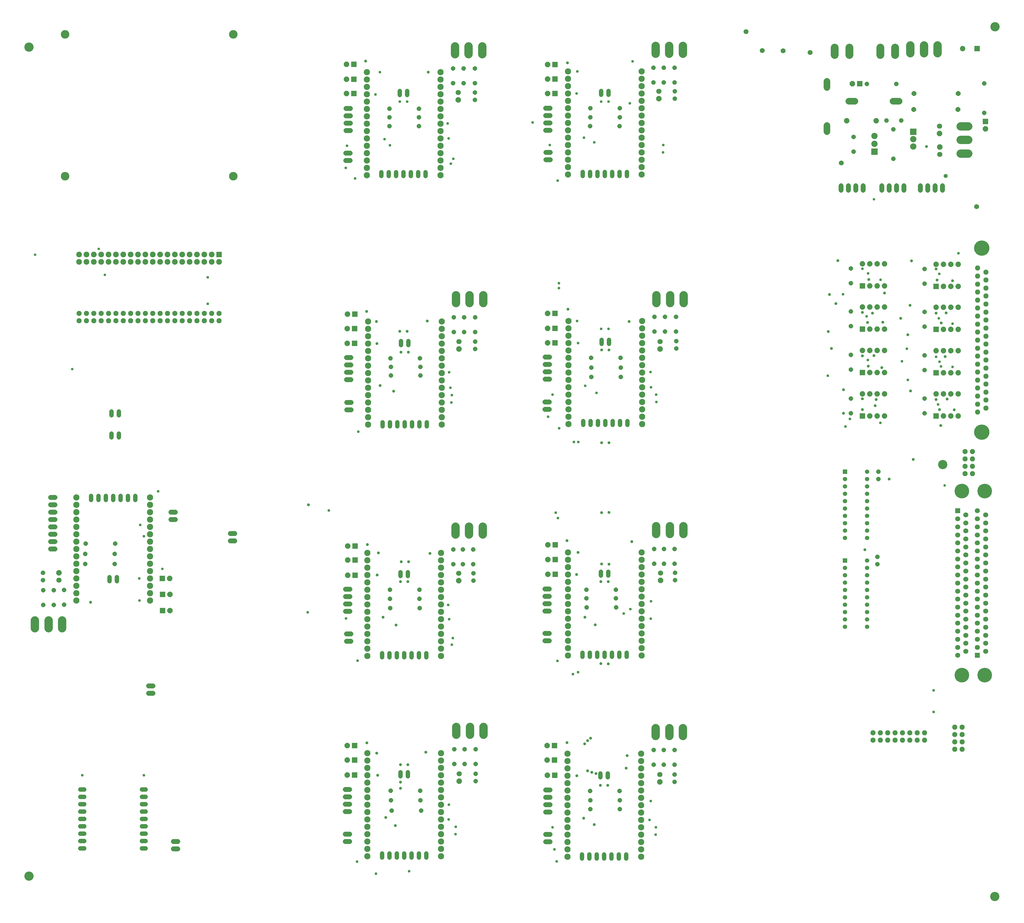
<source format=gbr>
G04 EAGLE Gerber RS-274X export*
G75*
%MOMM*%
%FSLAX34Y34*%
%LPD*%
%INSoldermask Bottom*%
%IPPOS*%
%AMOC8*
5,1,8,0,0,1.08239X$1,22.5*%
G01*
%ADD10C,3.203200*%
%ADD11R,1.879600X1.879600*%
%ADD12C,1.879600*%
%ADD13C,2.133600*%
%ADD14P,1.951982X8X112.500000*%
%ADD15C,1.803400*%
%ADD16P,1.649562X8X292.500000*%
%ADD17P,1.951982X8X292.500000*%
%ADD18P,1.649562X8X22.500000*%
%ADD19C,2.298700*%
%ADD20C,1.524000*%
%ADD21C,2.743200*%
%ADD22R,2.183200X2.183200*%
%ADD23C,2.183200*%
%ADD24P,2.034460X8X22.500000*%
%ADD25P,2.034460X8X112.500000*%
%ADD26P,2.034460X8X202.500000*%
%ADD27P,1.759533X8X22.500000*%
%ADD28P,1.649562X8X202.500000*%
%ADD29P,1.759533X8X202.500000*%
%ADD30P,1.649562X8X112.500000*%
%ADD31C,1.727200*%
%ADD32C,2.908300*%
%ADD33R,1.498600X1.498600*%
%ADD34C,1.498600*%
%ADD35R,1.981200X1.981200*%
%ADD36C,1.981200*%
%ADD37C,2.953200*%
%ADD38R,1.753200X1.753200*%
%ADD39C,1.753200*%
%ADD40C,5.053200*%
%ADD41P,1.869504X8X112.500000*%
%ADD42C,5.283200*%
%ADD43P,1.869504X8X22.500000*%
%ADD44R,1.853200X1.853200*%
%ADD45C,1.853200*%
%ADD46P,1.869504X8X292.500000*%
%ADD47P,1.869504X8X202.500000*%
%ADD48C,0.959600*%
%ADD49C,1.009600*%
%ADD50C,1.703200*%
%ADD51C,0.909600*%
%ADD52C,1.403200*%


D10*
X120000Y2980000D03*
X120000Y120000D03*
X3270600Y1540000D03*
X3450300Y3050500D03*
X3449800Y50000D03*
D11*
X2993300Y1707500D03*
D12*
X3018700Y1707500D03*
X3044100Y1707500D03*
X3069500Y1707500D03*
X3069500Y1783700D03*
X3044100Y1783700D03*
X3018700Y1783700D03*
X2993300Y1783700D03*
D11*
X2993100Y2007100D03*
D12*
X3018500Y2007100D03*
X3043900Y2007100D03*
X3069300Y2007100D03*
X3069300Y2083300D03*
X3043900Y2083300D03*
X3018500Y2083300D03*
X2993100Y2083300D03*
D11*
X2993400Y2156300D03*
D12*
X3018800Y2156300D03*
X3044200Y2156300D03*
X3069600Y2156300D03*
X3069600Y2232500D03*
X3044200Y2232500D03*
X3018800Y2232500D03*
X2993400Y2232500D03*
D11*
X3247500Y2154500D03*
D12*
X3272900Y2154500D03*
X3298300Y2154500D03*
X3323700Y2154500D03*
X3323700Y2230700D03*
X3298300Y2230700D03*
X3272900Y2230700D03*
X3247500Y2230700D03*
D11*
X3247000Y1707400D03*
D12*
X3272400Y1707400D03*
X3297800Y1707400D03*
X3323200Y1707400D03*
X3323200Y1783600D03*
X3297800Y1783600D03*
X3272400Y1783600D03*
X3247000Y1783600D03*
D11*
X3247600Y1856500D03*
D12*
X3273000Y1856500D03*
X3298400Y1856500D03*
X3323800Y1856500D03*
X3323800Y1932700D03*
X3298400Y1932700D03*
X3273000Y1932700D03*
X3247600Y1932700D03*
D11*
X2993300Y1857400D03*
D12*
X3018700Y1857400D03*
X3044100Y1857400D03*
X3069500Y1857400D03*
X3069500Y1933600D03*
X3044100Y1933600D03*
X3018700Y1933600D03*
X2993300Y1933600D03*
D11*
X3247300Y2005900D03*
D12*
X3272700Y2005900D03*
X3298100Y2005900D03*
X3323500Y2005900D03*
X3323500Y2082100D03*
X3298100Y2082100D03*
X3272700Y2082100D03*
X3247300Y2082100D03*
D13*
X1977900Y2896000D03*
X1977900Y2870600D03*
X1977900Y2845200D03*
X1977900Y2819800D03*
X1977900Y2794400D03*
X1977900Y2769000D03*
X1977900Y2743600D03*
X1977900Y2718200D03*
X1977900Y2692800D03*
X1977900Y2667400D03*
X1977900Y2642000D03*
X1977900Y2616600D03*
X1977900Y2591200D03*
X1977900Y2565800D03*
X1977900Y2540400D03*
X2231900Y2896000D03*
X2231900Y2870600D03*
X2231900Y2845200D03*
X2231900Y2819800D03*
X2231900Y2794400D03*
X2231900Y2769000D03*
X2231900Y2743600D03*
X2231900Y2718200D03*
X2231900Y2692800D03*
X2231900Y2667400D03*
X2231900Y2642000D03*
X2231900Y2616600D03*
X2231900Y2591200D03*
X2231900Y2565800D03*
X2231900Y2540400D03*
X1284500Y2893500D03*
X1284500Y2868100D03*
X1284500Y2842700D03*
X1284500Y2817300D03*
X1284500Y2791900D03*
X1284500Y2766500D03*
X1284500Y2741100D03*
X1284500Y2715700D03*
X1284500Y2690300D03*
X1284500Y2664900D03*
X1284500Y2639500D03*
X1284500Y2614100D03*
X1284500Y2588700D03*
X1284500Y2563300D03*
X1284500Y2537900D03*
X1538500Y2893500D03*
X1538500Y2868100D03*
X1538500Y2842700D03*
X1538500Y2817300D03*
X1538500Y2791900D03*
X1538500Y2766500D03*
X1538500Y2741100D03*
X1538500Y2715700D03*
X1538500Y2690300D03*
X1538500Y2664900D03*
X1538500Y2639500D03*
X1538500Y2614100D03*
X1538500Y2588700D03*
X1538500Y2563300D03*
X1538500Y2537900D03*
X1980300Y2035100D03*
X1980300Y2009700D03*
X1980300Y1984300D03*
X1980300Y1958900D03*
X1980300Y1933500D03*
X1980300Y1908100D03*
X1980300Y1882700D03*
X1980300Y1857300D03*
X1980300Y1831900D03*
X1980300Y1806500D03*
X1980300Y1781100D03*
X1980300Y1755700D03*
X1980300Y1730300D03*
X1980300Y1704900D03*
X1980300Y1679500D03*
X2234300Y2035100D03*
X2234300Y2009700D03*
X2234300Y1984300D03*
X2234300Y1958900D03*
X2234300Y1933500D03*
X2234300Y1908100D03*
X2234300Y1882700D03*
X2234300Y1857300D03*
X2234300Y1831900D03*
X2234300Y1806500D03*
X2234300Y1781100D03*
X2234300Y1755700D03*
X2234300Y1730300D03*
X2234300Y1704900D03*
X2234300Y1679500D03*
X1288700Y2033300D03*
X1288700Y2007900D03*
X1288700Y1982500D03*
X1288700Y1957100D03*
X1288700Y1931700D03*
X1288700Y1906300D03*
X1288700Y1880900D03*
X1288700Y1855500D03*
X1288700Y1830100D03*
X1288700Y1804700D03*
X1288700Y1779300D03*
X1288700Y1753900D03*
X1288700Y1728500D03*
X1288700Y1703100D03*
X1288700Y1677700D03*
X1542700Y2033300D03*
X1542700Y2007900D03*
X1542700Y1982500D03*
X1542700Y1957100D03*
X1542700Y1931700D03*
X1542700Y1906300D03*
X1542700Y1880900D03*
X1542700Y1855500D03*
X1542700Y1830100D03*
X1542700Y1804700D03*
X1542700Y1779300D03*
X1542700Y1753900D03*
X1542700Y1728500D03*
X1542700Y1703100D03*
X1542700Y1677700D03*
X1978400Y1237000D03*
X1978400Y1211600D03*
X1978400Y1186200D03*
X1978400Y1160800D03*
X1978400Y1135400D03*
X1978400Y1110000D03*
X1978400Y1084600D03*
X1978400Y1059200D03*
X1978400Y1033800D03*
X1978400Y1008400D03*
X1978400Y983000D03*
X1978400Y957600D03*
X1978400Y932200D03*
X1978400Y906800D03*
X1978400Y881400D03*
X2232400Y1237000D03*
X2232400Y1211600D03*
X2232400Y1186200D03*
X2232400Y1160800D03*
X2232400Y1135400D03*
X2232400Y1110000D03*
X2232400Y1084600D03*
X2232400Y1059200D03*
X2232400Y1033800D03*
X2232400Y1008400D03*
X2232400Y983000D03*
X2232400Y957600D03*
X2232400Y932200D03*
X2232400Y906800D03*
X2232400Y881400D03*
X1286400Y1235100D03*
X1286400Y1209700D03*
X1286400Y1184300D03*
X1286400Y1158900D03*
X1286400Y1133500D03*
X1286400Y1108100D03*
X1286400Y1082700D03*
X1286400Y1057300D03*
X1286400Y1031900D03*
X1286400Y1006500D03*
X1286400Y981100D03*
X1286400Y955700D03*
X1286400Y930300D03*
X1286400Y904900D03*
X1286400Y879500D03*
X1540400Y1235100D03*
X1540400Y1209700D03*
X1540400Y1184300D03*
X1540400Y1158900D03*
X1540400Y1133500D03*
X1540400Y1108100D03*
X1540400Y1082700D03*
X1540400Y1057300D03*
X1540400Y1031900D03*
X1540400Y1006500D03*
X1540400Y981100D03*
X1540400Y955700D03*
X1540400Y930300D03*
X1540400Y904900D03*
X1540400Y879500D03*
X1286700Y544200D03*
X1286700Y518800D03*
X1286700Y493400D03*
X1286700Y468000D03*
X1286700Y442600D03*
X1286700Y417200D03*
X1286700Y391800D03*
X1286700Y366400D03*
X1286700Y341000D03*
X1286700Y315600D03*
X1286700Y290200D03*
X1286700Y264800D03*
X1286700Y239400D03*
X1286700Y214000D03*
X1286700Y188600D03*
X1540700Y544200D03*
X1540700Y518800D03*
X1540700Y493400D03*
X1540700Y468000D03*
X1540700Y442600D03*
X1540700Y417200D03*
X1540700Y391800D03*
X1540700Y366400D03*
X1540700Y341000D03*
X1540700Y315600D03*
X1540700Y290200D03*
X1540700Y264800D03*
X1540700Y239400D03*
X1540700Y214000D03*
X1540700Y188600D03*
X1976200Y542400D03*
X1976200Y517000D03*
X1976200Y491600D03*
X1976200Y466200D03*
X1976200Y440800D03*
X1976200Y415400D03*
X1976200Y390000D03*
X1976200Y364600D03*
X1976200Y339200D03*
X1976200Y313800D03*
X1976200Y288400D03*
X1976200Y263000D03*
X1976200Y237600D03*
X1976200Y212200D03*
X1976200Y186800D03*
X2230200Y542400D03*
X2230200Y517000D03*
X2230200Y491600D03*
X2230200Y466200D03*
X2230200Y440800D03*
X2230200Y415400D03*
X2230200Y390000D03*
X2230200Y364600D03*
X2230200Y339200D03*
X2230200Y313800D03*
X2230200Y288400D03*
X2230200Y263000D03*
X2230200Y237600D03*
X2230200Y212200D03*
X2230200Y186800D03*
X536900Y1070800D03*
X536900Y1096200D03*
X536900Y1121600D03*
X536900Y1147000D03*
X536900Y1172400D03*
X536900Y1197800D03*
X536900Y1223200D03*
X536900Y1248600D03*
X536900Y1274000D03*
X536900Y1299400D03*
X536900Y1324800D03*
X536900Y1350200D03*
X536900Y1375600D03*
X536900Y1401000D03*
X536900Y1426400D03*
X282900Y1070800D03*
X282900Y1096200D03*
X282900Y1121600D03*
X282900Y1147000D03*
X282900Y1172400D03*
X282900Y1197800D03*
X282900Y1223200D03*
X282900Y1248600D03*
X282900Y1274000D03*
X282900Y1299400D03*
X282900Y1324800D03*
X282900Y1350200D03*
X282900Y1375600D03*
X282900Y1401000D03*
X282900Y1426400D03*
D14*
X3260000Y2635700D03*
D15*
X3260000Y2610300D03*
D16*
X2345900Y2908800D03*
X2345900Y2858000D03*
D17*
X3259400Y2682300D03*
D15*
X3259400Y2707700D03*
D16*
X2962800Y2669800D03*
X2962800Y2619000D03*
D18*
X3076200Y2726500D03*
X3127000Y2726500D03*
D16*
X2346500Y2827500D03*
X2346500Y2802100D03*
D17*
X2291400Y2802100D03*
D15*
X2291400Y2827500D03*
D12*
X2939100Y2725600D03*
X3040700Y2725600D03*
D19*
X2870500Y2709578D02*
X2870500Y2688623D01*
X2870500Y2841023D02*
X2870500Y2861978D01*
X2945823Y2793700D02*
X2966778Y2793700D01*
X3098223Y2793700D02*
X3119178Y2793700D01*
D20*
X310404Y215300D02*
X297196Y215300D01*
X297196Y240700D02*
X310404Y240700D01*
X310404Y266100D02*
X297196Y266100D01*
X297196Y291500D02*
X310404Y291500D01*
X310404Y316900D02*
X297196Y316900D01*
X297196Y342300D02*
X310404Y342300D01*
X310404Y367700D02*
X297196Y367700D01*
X297196Y393100D02*
X310404Y393100D01*
X310404Y418500D02*
X297196Y418500D01*
X509196Y215300D02*
X522404Y215300D01*
X522404Y240700D02*
X509196Y240700D01*
X509196Y266100D02*
X522404Y266100D01*
X522404Y291500D02*
X509196Y291500D01*
X509196Y316900D02*
X522404Y316900D01*
X522404Y342300D02*
X509196Y342300D01*
X509196Y367700D02*
X522404Y367700D01*
X522404Y393100D02*
X509196Y393100D01*
X509196Y418500D02*
X522404Y418500D01*
D21*
X3106440Y2953000D02*
X3106440Y2978400D01*
X2898160Y2978400D02*
X2898160Y2953000D01*
X2948960Y2953000D02*
X2948960Y2978400D01*
X3055640Y2978400D02*
X3055640Y2953000D01*
D22*
X3169000Y2687600D03*
D23*
X3169000Y2662100D03*
X3169000Y2636600D03*
D24*
X1907700Y2919800D03*
D11*
X1933100Y2919800D03*
D25*
X3417900Y2698400D03*
D11*
X3417900Y2723800D03*
D24*
X2959000Y2853900D03*
D11*
X2984400Y2853900D03*
D24*
X1214700Y2920400D03*
D11*
X1240100Y2920400D03*
D24*
X1907800Y2061200D03*
D11*
X1933200Y2061200D03*
D24*
X1217600Y2059000D03*
D11*
X1243000Y2059000D03*
D24*
X1908700Y1263200D03*
D11*
X1934100Y1263200D03*
D24*
X1218600Y1258500D03*
D11*
X1244000Y1258500D03*
D24*
X1217400Y570500D03*
D11*
X1242800Y570500D03*
D24*
X1906400Y570100D03*
D11*
X1931800Y570100D03*
D26*
X605900Y1036300D03*
D11*
X580500Y1036300D03*
D24*
X1907900Y2869800D03*
D11*
X1933300Y2869800D03*
D24*
X1214800Y2869100D03*
D11*
X1240200Y2869100D03*
D24*
X1908000Y2009800D03*
D11*
X1933400Y2009800D03*
D24*
X1217300Y2008800D03*
D11*
X1242700Y2008800D03*
D24*
X1908700Y1212200D03*
D11*
X1934100Y1212200D03*
D24*
X1218600Y1210000D03*
D11*
X1244000Y1210000D03*
D24*
X1217300Y520500D03*
D11*
X1242700Y520500D03*
D24*
X1906300Y520300D03*
D11*
X1931700Y520300D03*
D26*
X605500Y1092200D03*
D11*
X580100Y1092200D03*
D24*
X1908000Y2819700D03*
D11*
X1933400Y2819700D03*
D24*
X1214600Y2819600D03*
D11*
X1240000Y2819600D03*
D24*
X1908100Y1960000D03*
D11*
X1933500Y1960000D03*
D24*
X1217200Y1957700D03*
D11*
X1242600Y1957700D03*
D24*
X1909000Y1161700D03*
D11*
X1934400Y1161700D03*
D24*
X1218900Y1157900D03*
D11*
X1244300Y1157900D03*
D24*
X1217400Y468800D03*
D11*
X1242800Y468800D03*
D24*
X1906800Y467800D03*
D11*
X1932200Y467800D03*
D26*
X604800Y1146600D03*
D11*
X579400Y1146600D03*
D20*
X2181400Y2535396D02*
X2181400Y2548604D01*
X2156000Y2548604D02*
X2156000Y2535396D01*
X2130600Y2535396D02*
X2130600Y2548604D01*
X2105200Y2548604D02*
X2105200Y2535396D01*
X2079800Y2535396D02*
X2079800Y2548604D01*
X2054400Y2548604D02*
X2054400Y2535396D01*
X2029000Y2535396D02*
X2029000Y2548604D01*
X2117900Y2815396D02*
X2117900Y2828604D01*
X2092500Y2828604D02*
X2092500Y2815396D01*
X1487500Y2548204D02*
X1487500Y2534996D01*
X1462100Y2534996D02*
X1462100Y2548204D01*
X1436700Y2548204D02*
X1436700Y2534996D01*
X1411300Y2534996D02*
X1411300Y2548204D01*
X1385900Y2548204D02*
X1385900Y2534996D01*
X1360500Y2534996D02*
X1360500Y2548204D01*
X1335100Y2548204D02*
X1335100Y2534996D01*
X1424000Y2814996D02*
X1424000Y2828204D01*
X1398600Y2828204D02*
X1398600Y2814996D01*
X2183100Y1689804D02*
X2183100Y1676596D01*
X2157700Y1676596D02*
X2157700Y1689804D01*
X2132300Y1689804D02*
X2132300Y1676596D01*
X2106900Y1676596D02*
X2106900Y1689804D01*
X2081500Y1689804D02*
X2081500Y1676596D01*
X2056100Y1676596D02*
X2056100Y1689804D01*
X2030700Y1689804D02*
X2030700Y1676596D01*
X2119600Y1956596D02*
X2119600Y1969804D01*
X2094200Y1969804D02*
X2094200Y1956596D01*
X1491700Y1685304D02*
X1491700Y1672096D01*
X1466300Y1672096D02*
X1466300Y1685304D01*
X1440900Y1685304D02*
X1440900Y1672096D01*
X1415500Y1672096D02*
X1415500Y1685304D01*
X1390100Y1685304D02*
X1390100Y1672096D01*
X1364700Y1672096D02*
X1364700Y1685304D01*
X1339300Y1685304D02*
X1339300Y1672096D01*
X1428200Y1952096D02*
X1428200Y1965304D01*
X1402800Y1965304D02*
X1402800Y1952096D01*
X2180600Y890104D02*
X2180600Y876896D01*
X2155200Y876896D02*
X2155200Y890104D01*
X2129800Y890104D02*
X2129800Y876896D01*
X2104400Y876896D02*
X2104400Y890104D01*
X2079000Y890104D02*
X2079000Y876896D01*
X2053600Y876896D02*
X2053600Y890104D01*
X2028200Y890104D02*
X2028200Y876896D01*
X2117100Y1156896D02*
X2117100Y1170104D01*
X2091700Y1170104D02*
X2091700Y1156896D01*
X1489500Y888404D02*
X1489500Y875196D01*
X1464100Y875196D02*
X1464100Y888404D01*
X1438700Y888404D02*
X1438700Y875196D01*
X1413300Y875196D02*
X1413300Y888404D01*
X1387900Y888404D02*
X1387900Y875196D01*
X1362500Y875196D02*
X1362500Y888404D01*
X1337100Y888404D02*
X1337100Y875196D01*
X1426000Y1155196D02*
X1426000Y1168404D01*
X1400600Y1168404D02*
X1400600Y1155196D01*
X1489800Y197604D02*
X1489800Y184396D01*
X1464400Y184396D02*
X1464400Y197604D01*
X1439000Y197604D02*
X1439000Y184396D01*
X1413600Y184396D02*
X1413600Y197604D01*
X1388200Y197604D02*
X1388200Y184396D01*
X1362800Y184396D02*
X1362800Y197604D01*
X1337400Y197604D02*
X1337400Y184396D01*
X1426300Y464396D02*
X1426300Y477604D01*
X1400900Y477604D02*
X1400900Y464396D01*
X2178900Y194104D02*
X2178900Y180896D01*
X2153500Y180896D02*
X2153500Y194104D01*
X2128100Y194104D02*
X2128100Y180896D01*
X2102700Y180896D02*
X2102700Y194104D01*
X2077300Y194104D02*
X2077300Y180896D01*
X2051900Y180896D02*
X2051900Y194104D01*
X2026500Y194104D02*
X2026500Y180896D01*
X2115400Y460896D02*
X2115400Y474104D01*
X2090000Y474104D02*
X2090000Y460896D01*
X334300Y1417896D02*
X334300Y1431104D01*
X359700Y1431104D02*
X359700Y1417896D01*
X385100Y1417896D02*
X385100Y1431104D01*
X410500Y1431104D02*
X410500Y1417896D01*
X435900Y1417896D02*
X435900Y1431104D01*
X461300Y1431104D02*
X461300Y1417896D01*
X486700Y1417896D02*
X486700Y1431104D01*
X397800Y1151104D02*
X397800Y1137896D01*
X423200Y1137896D02*
X423200Y1151104D01*
D22*
X3034800Y2619100D03*
D23*
X3034800Y2646100D03*
X3034800Y2673100D03*
D27*
X3171200Y2819800D03*
X3323600Y2819800D03*
D28*
X2160200Y1874300D03*
X2058600Y1874300D03*
X2159400Y1907900D03*
X2057800Y1907900D03*
X1469500Y1847200D03*
X1367900Y1847200D03*
X1469300Y1876700D03*
X1367700Y1876700D03*
X1468100Y1906300D03*
X1366500Y1906300D03*
X2143900Y1046900D03*
X2042300Y1046900D03*
X2143700Y1077900D03*
X2042100Y1077900D03*
X2143500Y1108100D03*
X2041900Y1108100D03*
X1466800Y1044700D03*
X1365200Y1044700D03*
X1466100Y1076200D03*
X1364500Y1076200D03*
D29*
X3322500Y2765000D03*
X3170100Y2765000D03*
D28*
X1466300Y1108000D03*
X1364700Y1108000D03*
X1472200Y345900D03*
X1370600Y345900D03*
X1469400Y381700D03*
X1367800Y381700D03*
X1468400Y414300D03*
X1366800Y414300D03*
X2157300Y350800D03*
X2055700Y350800D03*
X2156700Y381100D03*
X2055100Y381100D03*
X2155700Y413900D03*
X2054100Y413900D03*
D18*
X315100Y1267300D03*
X416700Y1267300D03*
X314100Y1231800D03*
X415700Y1231800D03*
X314000Y1197200D03*
X415600Y1197200D03*
D28*
X2156000Y2707000D03*
X2054400Y2707000D03*
D30*
X3413600Y2753200D03*
X3413600Y2854800D03*
D18*
X3008900Y2853300D03*
X3110500Y2853300D03*
D16*
X3100300Y2696100D03*
X3100300Y2594500D03*
D28*
X2156900Y2737600D03*
X2055300Y2737600D03*
X2157100Y2768900D03*
X2055500Y2768900D03*
X1464300Y2707500D03*
X1362700Y2707500D03*
X1464100Y2737800D03*
X1362500Y2737800D03*
X1464100Y2767000D03*
X1362500Y2767000D03*
X2160400Y1842300D03*
X2058800Y1842300D03*
D31*
X633320Y239500D02*
X618080Y239500D01*
X618080Y214100D02*
X633320Y214100D01*
X1901980Y2591300D02*
X1917220Y2591300D01*
X1917220Y2616700D02*
X1901980Y2616700D01*
X1227120Y2589000D02*
X1211880Y2589000D01*
X1211880Y2614400D02*
X1227120Y2614400D01*
X1898380Y1730100D02*
X1913620Y1730100D01*
X1913620Y1755500D02*
X1898380Y1755500D01*
X1230420Y1728500D02*
X1215180Y1728500D01*
X1215180Y1753900D02*
X1230420Y1753900D01*
X1898380Y932000D02*
X1913620Y932000D01*
X1913620Y957400D02*
X1898380Y957400D01*
X1229520Y930300D02*
X1214280Y930300D01*
X1214280Y955700D02*
X1229520Y955700D01*
X1225820Y239400D02*
X1210580Y239400D01*
X1210580Y264800D02*
X1225820Y264800D01*
X1901280Y238100D02*
X1916520Y238100D01*
X1916520Y263500D02*
X1901280Y263500D01*
X624420Y1375700D02*
X609180Y1375700D01*
X609180Y1350300D02*
X624420Y1350300D01*
D32*
X3252590Y2958975D02*
X3252590Y2986026D01*
X3205600Y2986026D02*
X3205600Y2958975D01*
X3158610Y2958975D02*
X3158610Y2986026D01*
X2374390Y2984526D02*
X2374390Y2957475D01*
X2327400Y2957475D02*
X2327400Y2984526D01*
X2280410Y2984526D02*
X2280410Y2957475D01*
X1682690Y2955175D02*
X1682690Y2982226D01*
X1635700Y2982226D02*
X1635700Y2955175D01*
X1588710Y2955175D02*
X1588710Y2982226D01*
X2377190Y2124026D02*
X2377190Y2096975D01*
X2330200Y2096975D02*
X2330200Y2124026D01*
X2283210Y2124026D02*
X2283210Y2096975D01*
X1685890Y2096675D02*
X1685890Y2123726D01*
X1638900Y2123726D02*
X1638900Y2096675D01*
X1591910Y2096675D02*
X1591910Y2123726D01*
X2376590Y1326926D02*
X2376590Y1299875D01*
X2329600Y1299875D02*
X2329600Y1326926D01*
X2282610Y1326926D02*
X2282610Y1299875D01*
X1684190Y1298175D02*
X1684190Y1325226D01*
X1637200Y1325226D02*
X1637200Y1298175D01*
X1590210Y1298175D02*
X1590210Y1325226D01*
X1687190Y634626D02*
X1687190Y607575D01*
X1640200Y607575D02*
X1640200Y634626D01*
X1593210Y634626D02*
X1593210Y607575D01*
X2374590Y603275D02*
X2374590Y630326D01*
X2327600Y630326D02*
X2327600Y603275D01*
X2280610Y603275D02*
X2280610Y630326D01*
X140210Y974675D02*
X140210Y1001726D01*
X187200Y1001726D02*
X187200Y974675D01*
X234190Y974675D02*
X234190Y1001726D01*
D33*
X2933600Y1209100D03*
D34*
X2933600Y1183700D03*
X2933600Y1158300D03*
X2933600Y1132900D03*
X2933600Y1107500D03*
X2933600Y1082100D03*
X2933600Y1056700D03*
X2933600Y1031300D03*
X2933600Y1005900D03*
X2933600Y980500D03*
X3009800Y980500D03*
X3009800Y1005900D03*
X3009800Y1031300D03*
X3009800Y1056700D03*
X3009800Y1082100D03*
X3009800Y1107500D03*
X3009800Y1132900D03*
X3009800Y1158300D03*
X3009800Y1183700D03*
X3009800Y1209100D03*
D33*
X2933200Y1515100D03*
D34*
X2933200Y1489700D03*
X2933200Y1464300D03*
X2933200Y1438900D03*
X2933200Y1413500D03*
X2933200Y1388100D03*
X2933200Y1362700D03*
X2933200Y1337300D03*
X2933200Y1311900D03*
X2933200Y1286500D03*
X3009400Y1286500D03*
X3009400Y1311900D03*
X3009400Y1337300D03*
X3009400Y1362700D03*
X3009400Y1388100D03*
X3009400Y1413500D03*
X3009400Y1438900D03*
X3009400Y1464300D03*
X3009400Y1489700D03*
X3009400Y1515100D03*
D35*
X775200Y2264700D03*
D36*
X775200Y2239300D03*
X749800Y2264700D03*
X749800Y2239300D03*
X724400Y2264700D03*
X724400Y2239300D03*
X699000Y2264700D03*
X699000Y2239300D03*
X673600Y2264700D03*
X673600Y2239300D03*
X648200Y2264700D03*
X648200Y2239300D03*
X622800Y2264700D03*
X622800Y2239300D03*
X597400Y2264700D03*
X597400Y2239300D03*
X572000Y2264700D03*
X572000Y2239300D03*
X546600Y2264700D03*
X546600Y2239300D03*
X521200Y2264700D03*
X521200Y2239300D03*
X495800Y2264700D03*
X495800Y2239300D03*
X470400Y2264700D03*
X470400Y2239300D03*
X445000Y2264700D03*
X445000Y2239300D03*
X419600Y2264700D03*
X419600Y2239300D03*
X394200Y2264700D03*
X394200Y2239300D03*
X368800Y2264700D03*
X368800Y2239300D03*
X343400Y2264700D03*
X343400Y2239300D03*
X318000Y2264700D03*
X318000Y2239300D03*
X292600Y2264700D03*
X292600Y2239300D03*
D37*
X824600Y3024200D03*
X824600Y2534200D03*
X244600Y3024200D03*
X244600Y2534200D03*
D38*
X3321800Y1380200D03*
D39*
X3321800Y1352500D03*
X3321800Y1324800D03*
X3321800Y1297100D03*
X3321800Y1269400D03*
X3321800Y1241700D03*
X3321800Y1214000D03*
X3321800Y1186300D03*
X3321800Y1158600D03*
X3321800Y1130900D03*
X3321800Y1103200D03*
X3321800Y1075500D03*
X3321800Y1047800D03*
X3321800Y1020100D03*
X3321800Y992400D03*
X3321800Y964700D03*
X3321800Y937000D03*
X3321800Y909300D03*
X3321800Y881600D03*
D38*
X3389800Y881600D03*
D39*
X3389800Y909300D03*
X3389800Y937000D03*
X3389800Y964700D03*
X3389800Y992400D03*
X3389800Y1020100D03*
X3389800Y1047800D03*
X3389800Y1075500D03*
X3389800Y1103200D03*
X3389800Y1130900D03*
X3389800Y1158600D03*
X3389800Y1186300D03*
X3389800Y1214000D03*
X3389800Y1241700D03*
X3389800Y1269400D03*
X3389800Y1297100D03*
X3389800Y1324800D03*
X3389800Y1352500D03*
X3389800Y1380200D03*
X3350200Y1366350D03*
X3350200Y1338650D03*
X3350200Y1310950D03*
X3350200Y1283250D03*
X3350200Y1255550D03*
X3350200Y1227850D03*
X3350200Y1200150D03*
X3350200Y1172450D03*
X3350200Y1144750D03*
X3350200Y1117050D03*
X3350200Y1089350D03*
X3350200Y1061650D03*
X3350200Y1033950D03*
X3350200Y1006250D03*
X3350200Y978550D03*
X3350200Y950850D03*
X3350200Y923150D03*
X3350200Y895450D03*
X3418200Y895450D03*
X3418200Y923150D03*
X3418200Y950850D03*
X3418200Y978550D03*
X3418200Y1006250D03*
X3418200Y1033950D03*
X3418200Y1061650D03*
X3418200Y1089350D03*
X3418200Y1117050D03*
X3418200Y1144750D03*
X3418200Y1172450D03*
X3418200Y1200150D03*
X3418200Y1227850D03*
X3418200Y1255550D03*
X3418200Y1283250D03*
X3418200Y1310950D03*
X3418200Y1338650D03*
X3418200Y1366350D03*
D40*
X3336000Y813400D03*
X3336000Y1448400D03*
X3415000Y813400D03*
X3415000Y1448400D03*
D41*
X3390800Y2217512D03*
X3390800Y2189826D03*
X3390800Y2162394D03*
X3390800Y2134708D03*
X3390800Y2107022D03*
X3390800Y2079590D03*
X3390800Y2051904D03*
X3390800Y2024218D03*
X3390800Y1996786D03*
X3390800Y1969100D03*
X3390800Y1941414D03*
X3390800Y1913982D03*
X3390800Y1886296D03*
X3419200Y2203796D03*
X3419200Y2176110D03*
X3419200Y2148424D03*
X3419200Y2120992D03*
X3419200Y2093306D03*
X3419200Y2065620D03*
X3419200Y2038188D03*
X3419200Y2010502D03*
X3419200Y1982816D03*
X3419200Y1955384D03*
X3419200Y1927698D03*
X3419200Y1900012D03*
X3390800Y1858610D03*
X3390800Y1830924D03*
X3390800Y1803492D03*
X3390800Y1775806D03*
X3419200Y1872580D03*
X3419200Y1844894D03*
X3419200Y1817208D03*
X3419200Y1789522D03*
X3390800Y1748120D03*
X3390800Y1720688D03*
X3419200Y1762090D03*
X3419200Y1734404D03*
D42*
X3405000Y1651600D03*
X3405000Y2286600D03*
D43*
X3029700Y588600D03*
X3055100Y588600D03*
X3080500Y588600D03*
X3105900Y588600D03*
X3131300Y588600D03*
X3156700Y588600D03*
X3029700Y614000D03*
X3055100Y614000D03*
X3080500Y614000D03*
X3105900Y614000D03*
X3131300Y614000D03*
X3156700Y614000D03*
X3182100Y588600D03*
X3207500Y588600D03*
X3182100Y614000D03*
X3207500Y614000D03*
D44*
X3389000Y2975000D03*
D45*
X3339000Y2975000D03*
D32*
X3331675Y2706590D02*
X3358726Y2706590D01*
X3358726Y2659600D02*
X3331675Y2659600D01*
X3331675Y2612610D02*
X3358726Y2612610D01*
D16*
X1657100Y2823400D03*
X1657100Y2798000D03*
D17*
X1599700Y2798000D03*
D15*
X1599700Y2823400D03*
D16*
X1657000Y2906100D03*
X1657000Y2855300D03*
X2351500Y1965900D03*
X2351500Y1940500D03*
D17*
X2295600Y1938600D03*
D15*
X2295600Y1964000D03*
D16*
X2351200Y2049300D03*
X2351200Y1998500D03*
X1658200Y1963900D03*
X1658200Y1938500D03*
D17*
X1602600Y1938700D03*
D15*
X1602600Y1964100D03*
D16*
X1658200Y2047400D03*
X1658200Y1996600D03*
X2347600Y1166100D03*
X2347600Y1140700D03*
D17*
X2297200Y1140300D03*
D15*
X2297200Y1165700D03*
D16*
X2345500Y1248300D03*
X2345500Y1197500D03*
X1652100Y1165000D03*
X1652100Y1139600D03*
D17*
X1601500Y1139500D03*
D15*
X1601500Y1164900D03*
D16*
X1651800Y1246700D03*
X1651800Y1195900D03*
X1659700Y473100D03*
X1659700Y447700D03*
D17*
X1603400Y447900D03*
D15*
X1603400Y473300D03*
D16*
X1659900Y557600D03*
X1659900Y506800D03*
X2346000Y470700D03*
X2346000Y445300D03*
D17*
X2295000Y445300D03*
D15*
X2295000Y470700D03*
D16*
X2345800Y555100D03*
X2345800Y504300D03*
X2308400Y2908700D03*
X2308400Y2857900D03*
X2273300Y2908600D03*
X2273300Y2857800D03*
X1618600Y2906200D03*
X1618600Y2855400D03*
X1582100Y2906200D03*
X1582100Y2855400D03*
X2312500Y2049600D03*
X2312500Y1998800D03*
X2276300Y2049400D03*
X2276300Y1998600D03*
X1619800Y2047500D03*
X1619800Y1996700D03*
X1584900Y2047400D03*
X1584900Y1996600D03*
X2309100Y1248900D03*
X2309100Y1198100D03*
X2275600Y1248800D03*
X2275600Y1198000D03*
X1615700Y1246800D03*
X1615700Y1196000D03*
X1583000Y1246700D03*
X1583000Y1195900D03*
X1621800Y557900D03*
X1621800Y507100D03*
X1586100Y558000D03*
X1586100Y507200D03*
X2308600Y555100D03*
X2308600Y504300D03*
X2273500Y554900D03*
X2273500Y504100D03*
D30*
X168200Y1140600D03*
X168200Y1166000D03*
D14*
X223300Y1166000D03*
D15*
X223300Y1140600D03*
D30*
X168700Y1055300D03*
X168700Y1106100D03*
X205400Y1055600D03*
X205400Y1106400D03*
X240500Y1056100D03*
X240500Y1106900D03*
D31*
X2920100Y2485980D02*
X2920100Y2501220D01*
X2945500Y2501220D02*
X2945500Y2485980D01*
X2970900Y2485980D02*
X2970900Y2501220D01*
X2996300Y2501220D02*
X2996300Y2485980D01*
X3193500Y2486080D02*
X3193500Y2501320D01*
X3218900Y2501320D02*
X3218900Y2486080D01*
X3244300Y2486080D02*
X3244300Y2501320D01*
X3269700Y2501320D02*
X3269700Y2486080D01*
X3059900Y2486280D02*
X3059900Y2501520D01*
X3085300Y2501520D02*
X3085300Y2486280D01*
X3110700Y2486280D02*
X3110700Y2501520D01*
X3136100Y2501520D02*
X3136100Y2486280D01*
D46*
X3347300Y1584200D03*
X3347300Y1558800D03*
X3347300Y1533400D03*
X3347300Y1508000D03*
X3372700Y1584200D03*
X3372700Y1558800D03*
X3372700Y1533400D03*
X3372700Y1508000D03*
X3311700Y634200D03*
X3311700Y608800D03*
X3311700Y583400D03*
X3311700Y558000D03*
X3337100Y634200D03*
X3337100Y608800D03*
X3337100Y583400D03*
X3337100Y558000D03*
D31*
X547420Y750400D02*
X532180Y750400D01*
X532180Y775800D02*
X547420Y775800D01*
X813980Y1276200D02*
X829220Y1276200D01*
X829220Y1301600D02*
X813980Y1301600D01*
D16*
X3045300Y1221300D03*
X3045300Y1195900D03*
X3048300Y1514900D03*
X3048300Y1489500D03*
D47*
X775100Y2035900D03*
X749700Y2035900D03*
X724300Y2035900D03*
X698900Y2035900D03*
X673500Y2035900D03*
X648100Y2035900D03*
X775100Y2061300D03*
X749700Y2061300D03*
X724300Y2061300D03*
X698900Y2061300D03*
X673500Y2061300D03*
X648100Y2061300D03*
X622700Y2035900D03*
X622700Y2061300D03*
X597300Y2035900D03*
X571900Y2035900D03*
X546500Y2035900D03*
X521100Y2035900D03*
X495700Y2035900D03*
X470300Y2035900D03*
X597300Y2061300D03*
X571900Y2061300D03*
X546500Y2061300D03*
X521100Y2061300D03*
X495700Y2061300D03*
X470300Y2061300D03*
X444900Y2035900D03*
X444900Y2061300D03*
X419500Y2035900D03*
X394100Y2035900D03*
X368700Y2035900D03*
X343300Y2035900D03*
X317900Y2035900D03*
X292500Y2035900D03*
X419500Y2061300D03*
X394100Y2061300D03*
X368700Y2061300D03*
X343300Y2061300D03*
X317900Y2061300D03*
X292500Y2061300D03*
D16*
X3207700Y1767600D03*
X3207700Y1716800D03*
X2953500Y1767800D03*
X2953500Y1717000D03*
X3207500Y1916400D03*
X3207500Y1865600D03*
X2953500Y1917800D03*
X2953500Y1867000D03*
X3207700Y2066400D03*
X3207700Y2015600D03*
X2953200Y2068000D03*
X2953200Y2017200D03*
X3207600Y2214900D03*
X3207600Y2164100D03*
X2953400Y2216600D03*
X2953400Y2165800D03*
D20*
X404200Y1646704D02*
X404200Y1633496D01*
X429600Y1633496D02*
X429600Y1646704D01*
X429600Y1709696D02*
X429600Y1722904D01*
X404200Y1722904D02*
X404200Y1709696D01*
D31*
X1901080Y2693200D02*
X1916320Y2693200D01*
X1916320Y2718600D02*
X1901080Y2718600D01*
X1901080Y2744000D02*
X1916320Y2744000D01*
X1916320Y2769400D02*
X1901080Y2769400D01*
X1227920Y2691800D02*
X1212680Y2691800D01*
X1212680Y2717200D02*
X1227920Y2717200D01*
X1227920Y2742600D02*
X1212680Y2742600D01*
X1212680Y2768000D02*
X1227920Y2768000D01*
X1899380Y1834700D02*
X1914620Y1834700D01*
X1914620Y1860100D02*
X1899380Y1860100D01*
X1899380Y1885500D02*
X1914620Y1885500D01*
X1914620Y1910900D02*
X1899380Y1910900D01*
X1230220Y1832600D02*
X1214980Y1832600D01*
X1214980Y1858000D02*
X1230220Y1858000D01*
X1230220Y1883400D02*
X1214980Y1883400D01*
X1214980Y1908800D02*
X1230220Y1908800D01*
X1901080Y341000D02*
X1916320Y341000D01*
X1916320Y366400D02*
X1901080Y366400D01*
X1901080Y391800D02*
X1916320Y391800D01*
X1916320Y417200D02*
X1901080Y417200D01*
X1225420Y342500D02*
X1210180Y342500D01*
X1210180Y367900D02*
X1225420Y367900D01*
X1225420Y393300D02*
X1210180Y393300D01*
X1210180Y418700D02*
X1225420Y418700D01*
X1226320Y1033700D02*
X1211080Y1033700D01*
X1211080Y1059100D02*
X1226320Y1059100D01*
X1226320Y1084500D02*
X1211080Y1084500D01*
X1211080Y1109900D02*
X1226320Y1109900D01*
X1898580Y1034500D02*
X1913820Y1034500D01*
X1913820Y1059900D02*
X1898580Y1059900D01*
X1898580Y1085300D02*
X1913820Y1085300D01*
X1913820Y1110700D02*
X1898580Y1110700D01*
X209720Y1248900D02*
X194480Y1248900D01*
X194480Y1274300D02*
X209720Y1274300D01*
X209720Y1299700D02*
X194480Y1299700D01*
X194480Y1325100D02*
X209720Y1325100D01*
X209720Y1350500D02*
X194480Y1350500D01*
X194480Y1375900D02*
X209720Y1375900D01*
X209720Y1401300D02*
X194480Y1401300D01*
X194480Y1426700D02*
X209720Y1426700D01*
D48*
X1856700Y2720100D03*
X1946600Y2165600D03*
X1909400Y1704700D03*
X1212300Y2563300D03*
X1998300Y1617500D03*
X1936300Y1373800D03*
X1995200Y816400D03*
X1931600Y212200D03*
X1153700Y1381800D03*
D49*
X1083500Y1401000D03*
D48*
X1915400Y2642100D03*
X1947100Y2148100D03*
X1925200Y1781000D03*
X1216400Y2639700D03*
X2014000Y1617700D03*
X1943500Y1355300D03*
X2013100Y823700D03*
X1924900Y288500D03*
X1080700Y1030000D03*
X1212900Y1009300D03*
D49*
X2993100Y1729800D03*
D48*
X1575800Y1754000D03*
D49*
X2928200Y1797600D03*
D48*
X1578200Y1779118D03*
D49*
X3285500Y1766100D03*
X3247000Y1763900D03*
X3040600Y1764500D03*
X2993200Y1766600D03*
D48*
X3247500Y1911600D03*
D49*
X2928300Y1717000D03*
X3278900Y1912100D03*
X3033400Y1915300D03*
X2993300Y1914500D03*
X3282500Y2062700D03*
X3247300Y2061900D03*
X3028400Y2062000D03*
X2993100Y2065000D03*
X3247500Y2214200D03*
X3168900Y1557800D03*
X3002300Y1246200D03*
D48*
X2993400Y2215700D03*
X2926800Y2127100D03*
D50*
X3386800Y2429300D03*
D49*
X3263500Y1674700D03*
X3037800Y1742800D03*
D48*
X2935300Y1671200D03*
X3055600Y1684000D03*
X3149700Y1831900D03*
X3129500Y1896100D03*
X2873700Y1846000D03*
D49*
X2875900Y1998900D03*
X3149800Y1987500D03*
X3125500Y2044000D03*
X3060000Y1874400D03*
X3310400Y1728500D03*
X3064000Y2031000D03*
X3304200Y2174100D03*
X2880100Y2126200D03*
X3070000Y2131900D03*
D48*
X3055800Y2177600D03*
X3324100Y2268600D03*
X3254000Y1747400D03*
X3304200Y1876400D03*
X3259400Y1894500D03*
X3304000Y2025400D03*
X3257100Y2044000D03*
X3258000Y2197200D03*
X2950100Y1697200D03*
X3012300Y1900400D03*
X3007900Y2051500D03*
X3012900Y2199600D03*
D49*
X1496600Y2893300D03*
X2189200Y2033000D03*
X1493000Y2035100D03*
X2198600Y1274000D03*
X1502400Y1233300D03*
X1487900Y547300D03*
X2182100Y535600D03*
X1280600Y2931500D03*
X1976800Y2926100D03*
X1283600Y2068400D03*
X1977900Y2075600D03*
X1286400Y1263400D03*
X1974800Y1277000D03*
X1285100Y579500D03*
X1974800Y580300D03*
X332200Y1064700D03*
X3085800Y1489600D03*
D50*
X2920700Y2580200D03*
X2591700Y3032900D03*
X2647800Y2968400D03*
X2720000Y2966900D03*
X2812900Y2961100D03*
D51*
X579500Y1179600D03*
X3033400Y2455400D03*
X3276700Y1467900D03*
D48*
X515800Y467700D03*
X303800Y468000D03*
X736500Y2185400D03*
X736300Y2094400D03*
X2200800Y2930600D03*
X2191700Y2785800D03*
X1563700Y2716300D03*
X2264300Y1806500D03*
X1567200Y2664900D03*
X2263000Y1859200D03*
X1572300Y1804700D03*
X1568600Y1858500D03*
X1565300Y1055300D03*
X2263200Y1008400D03*
X2264600Y1068500D03*
X2263300Y378600D03*
X1567400Y366000D03*
X1566900Y315600D03*
X2259600Y313800D03*
X1568800Y1006500D03*
D49*
X3159100Y1793368D03*
D48*
X2282500Y1781200D03*
D49*
X3259600Y1729500D03*
D48*
X2283000Y1755800D03*
X3147000Y1939318D03*
X2170800Y1025600D03*
X3264200Y1878700D03*
X2193500Y1040700D03*
D49*
X2886600Y1940200D03*
D48*
X1580800Y940800D03*
D49*
X3014100Y1879300D03*
D48*
X1577400Y918700D03*
D49*
X3157300Y2089568D03*
D48*
X1591000Y290200D03*
D49*
X3264900Y2028200D03*
D48*
X1590600Y264800D03*
D49*
X2902100Y2095200D03*
D48*
X2281300Y288118D03*
D49*
X3011300Y2029600D03*
D48*
X2280600Y263100D03*
D49*
X2908900Y2242900D03*
D48*
X1582900Y2595100D03*
D49*
X3015400Y2178100D03*
D48*
X1574040Y2577840D03*
D49*
X3162900Y2242700D03*
D48*
X2306900Y2642200D03*
D49*
X3251000Y2176200D03*
D48*
X2306000Y2616800D03*
X500500Y1070900D03*
X564900Y1447800D03*
X503600Y1331500D03*
X516400Y1292200D03*
X499800Y1147200D03*
X1942600Y2519000D03*
X2068700Y2651800D03*
X2033000Y2667800D03*
X2007600Y2819700D03*
X1346100Y2662600D03*
X1243900Y2526700D03*
X1364600Y2641500D03*
X1314700Y2816600D03*
X1947500Y1664800D03*
X2037800Y1811300D03*
X2076200Y1787000D03*
X2013100Y1959000D03*
D49*
X1330550Y1812550D03*
D48*
X1255600Y1653500D03*
D49*
X1377500Y1793300D03*
X1319300Y1957200D03*
D48*
X1423900Y2792200D03*
D49*
X1428400Y1204400D03*
X1427900Y1927100D03*
X1424000Y1999100D03*
X1426000Y1136100D03*
X1426000Y504200D03*
X1400900Y422900D03*
X2115100Y432800D03*
X2117100Y1135800D03*
X2117100Y852200D03*
X2119600Y1935200D03*
X2119600Y1615100D03*
X2119600Y1374700D03*
X2119600Y1196400D03*
D48*
X2117900Y2792000D03*
X2117900Y2007700D03*
X1398500Y2792200D03*
D49*
X1403000Y1204600D03*
X1402500Y1927600D03*
X1398500Y1999300D03*
X1400600Y1135900D03*
X1400600Y504100D03*
X1400900Y444400D03*
X2090000Y433200D03*
X2091700Y1136000D03*
X2091700Y852800D03*
X2094200Y1935100D03*
X2094200Y1615000D03*
X2094200Y1374100D03*
X2094200Y1197200D03*
D48*
X2092500Y2791800D03*
X2092500Y2008100D03*
X1430700Y136600D03*
X1316300Y128000D03*
D49*
X2036800Y1013500D03*
D48*
X1941700Y862500D03*
D49*
X2072000Y987200D03*
X2007500Y1160500D03*
X1340800Y1013300D03*
D48*
X1252800Y863200D03*
D49*
X1385800Y985800D03*
X1320100Y1159000D03*
X1350000Y322500D03*
D48*
X1251200Y169700D03*
D49*
X1383200Y293900D03*
X1322000Y468000D03*
X2032700Y319600D03*
D48*
X1939100Y170600D03*
D49*
X2068500Y297500D03*
X2009100Y466200D03*
X2046100Y482967D03*
X2036200Y576600D03*
X2060178Y477678D03*
X2046300Y587000D03*
X2074400Y474200D03*
X2055900Y595500D03*
D51*
X381400Y2194200D03*
X268500Y1868800D03*
X360000Y2284200D03*
X141200Y2263700D03*
D48*
X3238600Y761100D03*
X3238600Y686100D03*
D52*
X3280100Y2535300D03*
D49*
X3214400Y2636800D03*
D48*
X2010600Y2895900D03*
X1329800Y2893500D03*
X2010000Y2035000D03*
D49*
X1317600Y2033500D03*
X2012700Y1236800D03*
X2178900Y492500D03*
X1318500Y544300D03*
X1324400Y1235000D03*
M02*

</source>
